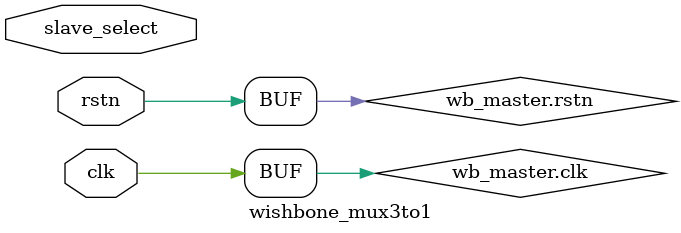
<source format=sv>
/*
 wishbone mux selects
 between multiple masters
 */

`timescale 1ns/1ns

module wishbone_mux3to1
  #(localparam integer N_SLAVES=3,
    localparam integer W_SLAVES=$clog2(N_SLAVES)
    )
   (
    input logic 	       clk,
    input logic 	       rstn,
    input logic [W_SLAVES-1:0] slave_select,
    wishbone.slave wb_slave_0,
    wishbone.slave wb_slave_1,
    wishbone.slave wb_slave_2,
    wishbone.master wb_master
    );
   
   assign wb_master.clk = clk;
   assign wb_master.rstn = rstn;
   
   always_comb begin
      case(slave_select)
	2'd0: begin
	   // request
	   wb_master.address	= wb_slave_0.address;
	   wb_master.data_out	= wb_slave_0.data_out;
	   wb_master.we		= wb_slave_0.we;
	   wb_master.stb	= wb_slave_0.stb;
	   wb_master.cyc	= wb_slave_0.cyc;
	   wb_master.sel	= wb_slave_0.sel;   
	   // responce
	   wb_slave_0.ack	= wb_master.ack;
	   wb_slave_0.data_in	= wb_master.data_in; 
	end
	
	2'd1: begin
	   // request
	   wb_master.address	= wb_slave_1.address;
	   wb_master.data_out	= wb_slave_1.data_out;
	   wb_master.we		= wb_slave_1.we;
	   wb_master.stb	= wb_slave_1.stb;
	   wb_master.cyc	= wb_slave_1.cyc;
	   wb_master.sel	= wb_slave_1.sel;   
	   // responce
	   wb_slave_1.ack	= wb_master.ack;
	   wb_slave_1.data_in	= wb_master.data_in; 
	end

	2'd2: begin
	   // request
	   wb_master.address	= wb_slave_2.address;
	   wb_master.data_out	= wb_slave_2.data_out;
	   wb_master.we		= wb_slave_2.we;
	   wb_master.stb	= wb_slave_2.stb;
	   wb_master.cyc	= wb_slave_2.cyc;
	   wb_master.sel	= wb_slave_2.sel;   
	   // responce
	   wb_slave_2.ack	= wb_master.ack;
	   wb_slave_2.data_in	= wb_master.data_in; 
	end

	default: begin
	   // request
	   wb_master.address	= wb_slave_0.address;
	   wb_master.data_out	= wb_slave_0.data_out;
	   wb_master.we		= wb_slave_0.we;
	   wb_master.stb	= wb_slave_0.stb;
	   wb_master.cyc	= wb_slave_0.cyc;
	   wb_master.sel	= wb_slave_0.sel;   
	   // responce
	   wb_slave_0.ack	= wb_master.ack;
	   wb_slave_0.data_in	= wb_master.data_in; 	   
	end
      endcase // case (slave_select)
   end     
endmodule // wishbone_mux3to1


</source>
